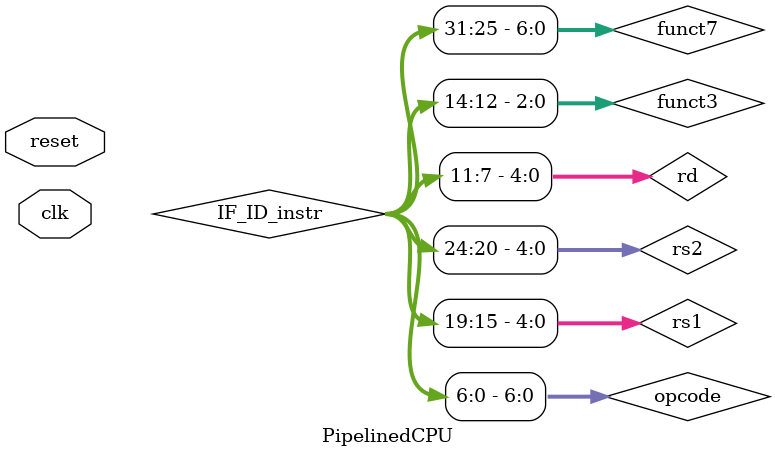
<source format=v>
module PipelinedCPU(
    input clk,
    input reset
);
   
    wire [31:0] pc, pc_plus4, pc_branch, pc_next;
    wire [31:0] instruction;

    reg [31:0] IF_ID_instr, IF_ID_pc;

    wire [6:0] opcode = IF_ID_instr[6:0];
    wire [4:0] rs1 = IF_ID_instr[19:15];
    wire [4:0] rs2 = IF_ID_instr[24:20];
    wire [4:0] rd  = IF_ID_instr[11:7];
    wire [2:0] funct3 = IF_ID_instr[14:12];
    wire [6:0] funct7 = IF_ID_instr[31:25];
    wire [31:0] imm_out, read_data1, read_data2;
    wire branch, memRead, memtoReg, memWrite, ALUSrc, regWrite;
    wire [1:0] ALUOp;

    reg [31:0] ID_EX_pc, ID_EX_imm, ID_EX_read_data1, ID_EX_read_data2;
    reg [4:0] ID_EX_rs1, ID_EX_rs2, ID_EX_rd;
    reg [2:0] ID_EX_funct3;
    reg [6:0] ID_EX_funct7;
    reg [1:0] ID_EX_ALUOp;
    reg ID_EX_branch, ID_EX_memRead, ID_EX_memtoReg, ID_EX_memWrite, ID_EX_ALUSrc, ID_EX_regWrite;
 
    wire [3:0] ALUCtl_out;
    wire [31:0] alu_inputA, alu_inputB, alu_result;
    wire zero;
    wire [1:0] forwardA, forwardB;

    reg [31:0] EX_MEM_alu_result, EX_MEM_write_data, EX_MEM_pc_branch;
    reg [4:0] EX_MEM_rd;
    reg EX_MEM_branch_taken, EX_MEM_memRead, EX_MEM_memtoReg, EX_MEM_memWrite, EX_MEM_regWrite;

    wire [31:0] data_memory_out;

    reg [31:0] MEM_WB_data_memory_out, MEM_WB_alu_result;
    reg [4:0] MEM_WB_rd;
    reg MEM_WB_memtoReg, MEM_WB_regWrite;

    wire [31:0] write_data;

    wire branch_taken = ID_EX_branch & zero;

wire stall;
HazardDetection hazard_unit (
    .ID_rs1(rs1),
    .ID_rs2(rs2),
    .EX_rd(ID_EX_rd),
    .EX_memRead(ID_EX_memRead),
    .stall(stall)
);

    assign pc_next = branch_taken ? pc_branch : pc_plus4;

    PC pc_inst(.clk(clk), .rst(reset),.enable(~stall), .pc_i(pc_next), .pc_o(pc));
    Adder adder_pc4(.a(pc), .b(32'd4), .sum(pc_plus4));
    InstructionMemory instr_mem(.readAddr(pc), .inst(instruction));

    always @(posedge clk) begin
        if (!reset || stall || branch_taken) begin
            IF_ID_instr <= 32'b0;
            IF_ID_pc <= 32'b0;
        end else begin
            IF_ID_instr <= instruction;
            IF_ID_pc <= pc;
        end
    end

    Control ctrl(.opcode(opcode), .branch(branch), .memRead(memRead),
                 .memtoReg(memtoReg), .ALUOp(ALUOp), .memWrite(memWrite),
                 .ALUSrc(ALUSrc), .regWrite(regWrite));

    Register reg_file(.clk(clk), .rst(reset), .regWrite(MEM_WB_regWrite),
                      .readReg1(rs1), .readReg2(rs2), .writeReg(MEM_WB_rd),
                      .writeData(write_data), .readData1(read_data1),
                      .readData2(read_data2));

    ImmGen imm_gen(.inst(IF_ID_instr), .imm(imm_out));

    always @(posedge clk) begin
        if (!reset || stall || branch_taken) begin
            ID_EX_branch <= 0; ID_EX_memRead <= 0; ID_EX_memtoReg <= 0;
            ID_EX_memWrite <= 0; ID_EX_ALUSrc <= 0; ID_EX_regWrite <= 0;
            ID_EX_ALUOp <= 0;
            ID_EX_pc <= 0; ID_EX_imm <= 0; ID_EX_read_data1 <= 0; ID_EX_read_data2 <= 0;
            ID_EX_rs1 <= 0; ID_EX_rs2 <= 0; ID_EX_rd <= 0;
            ID_EX_funct3 <= 0; ID_EX_funct7 <= 0;
        end else begin
            ID_EX_pc <= IF_ID_pc;
            ID_EX_imm <= imm_out;
            ID_EX_read_data1 <= read_data1;
            ID_EX_read_data2 <= read_data2;
            ID_EX_rs1 <= rs1;
            ID_EX_rs2 <= rs2;
            ID_EX_rd <= rd;
            ID_EX_funct3 <= funct3;
            ID_EX_funct7 <= funct7;
            ID_EX_branch <= branch;
            ID_EX_memRead <= memRead;
            ID_EX_memtoReg <= memtoReg;
            ID_EX_memWrite <= memWrite;
            ID_EX_ALUSrc <= ALUSrc;
            ID_EX_regWrite <= regWrite;
            ID_EX_ALUOp <= ALUOp;
        end
    end

    ALUCtrl alu_ctrl(.ALUOp(ID_EX_ALUOp), .funct7(ID_EX_funct7), .funct3(ID_EX_funct3), .ALUCtl(ALUCtl_out));

    ForwardingUnit fwd(.EX_rs1(ID_EX_rs1), .EX_rs2(ID_EX_rs2), .MEM_rd(EX_MEM_rd),
                       .WB_rd(MEM_WB_rd), .MEM_regWrite(EX_MEM_regWrite),
                       .WB_regWrite(MEM_WB_regWrite), .forwardA(forwardA), .forwardB(forwardB));

    Mux3to1 muxA(.sel(forwardA), .in0(ID_EX_read_data1), .in1(write_data), .in2(EX_MEM_alu_result), .out(alu_inputA));
    Mux3to1 muxB(.sel(forwardB), .in0(ID_EX_read_data2), .in1(write_data), .in2(EX_MEM_alu_result), .out(alu_inputB));

    wire [31:0] alu_inputB_final;
    Mux2to1 #(.size(32)) alu_src_mux(.sel(ID_EX_ALUSrc), .s0(alu_inputB), .s1(ID_EX_imm), .out(alu_inputB_final));

    ALU alu(.ALUCtl(ALUCtl_out), .A(alu_inputA), .B(alu_inputB_final), .ALUOut(alu_result), .zero(zero));

    Adder branch_adder(.a(ID_EX_pc), .b(ID_EX_imm), .sum(pc_branch));

    always @(posedge clk) begin
        if (!reset) begin
            EX_MEM_branch_taken <= 0;
            EX_MEM_memRead <= 0; EX_MEM_memtoReg <= 0;
            EX_MEM_memWrite <= 0; EX_MEM_regWrite <= 0;
        end else begin
            EX_MEM_alu_result <= alu_result;
            EX_MEM_pc_branch <= pc_branch;
            EX_MEM_write_data <= alu_inputB;
            EX_MEM_rd <= ID_EX_rd;
            EX_MEM_branch_taken <= branch_taken;
            EX_MEM_memRead <= ID_EX_memRead;
            EX_MEM_memtoReg <= ID_EX_memtoReg;
            EX_MEM_memWrite <= ID_EX_memWrite;
            EX_MEM_regWrite <= ID_EX_regWrite;
        end
    end

    DataMemory dmem(.rst(reset), .clk(clk), .memWrite(EX_MEM_memWrite),
                    .memRead(EX_MEM_memRead), .address(EX_MEM_alu_result),
                    .writeData(EX_MEM_write_data), .readData(data_memory_out));

    always @(posedge clk) begin
        if (!reset) begin
            MEM_WB_regWrite <= 0; MEM_WB_memtoReg <= 0;
        end else begin
            MEM_WB_data_memory_out <= data_memory_out;
            MEM_WB_alu_result <= EX_MEM_alu_result;
            MEM_WB_rd <= EX_MEM_rd;
            MEM_WB_regWrite <= EX_MEM_regWrite;
            MEM_WB_memtoReg <= EX_MEM_memtoReg;
        end
    end

    Mux2to1 #(.size(32)) wb_mux(.sel(MEM_WB_memtoReg), .s0(MEM_WB_alu_result), .s1(MEM_WB_data_memory_out), .out(write_data));
endmodule

</source>
